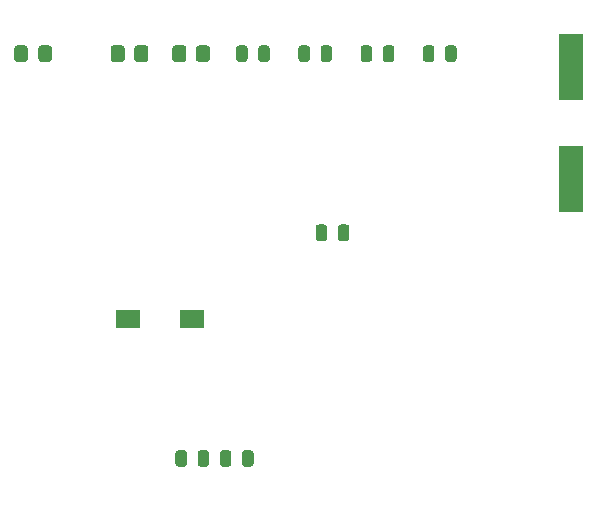
<source format=gtp>
%TF.GenerationSoftware,KiCad,Pcbnew,(5.1.6)-1*%
%TF.CreationDate,2022-02-26T01:19:58-08:00*%
%TF.ProjectId,seguilineas_actualizado,73656775-696c-4696-9e65-61735f616374,rev?*%
%TF.SameCoordinates,Original*%
%TF.FileFunction,Paste,Top*%
%TF.FilePolarity,Positive*%
%FSLAX46Y46*%
G04 Gerber Fmt 4.6, Leading zero omitted, Abs format (unit mm)*
G04 Created by KiCad (PCBNEW (5.1.6)-1) date 2022-02-26 01:19:58*
%MOMM*%
%LPD*%
G01*
G04 APERTURE LIST*
%ADD10R,2.000000X1.600000*%
%ADD11R,2.100000X5.600000*%
G04 APERTURE END LIST*
%TO.C,D1*%
G36*
G01*
X178785000Y-62420001D02*
X178785000Y-61519999D01*
G75*
G02*
X179034999Y-61270000I249999J0D01*
G01*
X179685001Y-61270000D01*
G75*
G02*
X179935000Y-61519999I0J-249999D01*
G01*
X179935000Y-62420001D01*
G75*
G02*
X179685001Y-62670000I-249999J0D01*
G01*
X179034999Y-62670000D01*
G75*
G02*
X178785000Y-62420001I0J249999D01*
G01*
G37*
G36*
G01*
X176735000Y-62420001D02*
X176735000Y-61519999D01*
G75*
G02*
X176984999Y-61270000I249999J0D01*
G01*
X177635001Y-61270000D01*
G75*
G02*
X177885000Y-61519999I0J-249999D01*
G01*
X177885000Y-62420001D01*
G75*
G02*
X177635001Y-62670000I-249999J0D01*
G01*
X176984999Y-62670000D01*
G75*
G02*
X176735000Y-62420001I0J249999D01*
G01*
G37*
%TD*%
D10*
%TO.C,SW1*%
X186385000Y-84420000D03*
X191785000Y-84420000D03*
%TD*%
%TO.C,R1*%
G36*
G01*
X191309583Y-61519999D02*
X191309583Y-62420001D01*
G75*
G02*
X191059584Y-62670000I-249999J0D01*
G01*
X190359582Y-62670000D01*
G75*
G02*
X190109583Y-62420001I0J249999D01*
G01*
X190109583Y-61519999D01*
G75*
G02*
X190359582Y-61270000I249999J0D01*
G01*
X191059584Y-61270000D01*
G75*
G02*
X191309583Y-61519999I0J-249999D01*
G01*
G37*
G36*
G01*
X193309583Y-61519999D02*
X193309583Y-62420001D01*
G75*
G02*
X193059584Y-62670000I-249999J0D01*
G01*
X192359582Y-62670000D01*
G75*
G02*
X192109583Y-62420001I0J249999D01*
G01*
X192109583Y-61519999D01*
G75*
G02*
X192359582Y-61270000I249999J0D01*
G01*
X193059584Y-61270000D01*
G75*
G02*
X193309583Y-61519999I0J-249999D01*
G01*
G37*
%TD*%
D11*
%TO.C,Q1*%
X223835000Y-72605000D03*
X223835000Y-63105000D03*
%TD*%
%TO.C,R2*%
G36*
G01*
X186900000Y-62420001D02*
X186900000Y-61519999D01*
G75*
G02*
X187149999Y-61270000I249999J0D01*
G01*
X187850001Y-61270000D01*
G75*
G02*
X188100000Y-61519999I0J-249999D01*
G01*
X188100000Y-62420001D01*
G75*
G02*
X187850001Y-62670000I-249999J0D01*
G01*
X187149999Y-62670000D01*
G75*
G02*
X186900000Y-62420001I0J249999D01*
G01*
G37*
G36*
G01*
X184900000Y-62420001D02*
X184900000Y-61519999D01*
G75*
G02*
X185149999Y-61270000I249999J0D01*
G01*
X185850001Y-61270000D01*
G75*
G02*
X186100000Y-61519999I0J-249999D01*
G01*
X186100000Y-62420001D01*
G75*
G02*
X185850001Y-62670000I-249999J0D01*
G01*
X185149999Y-62670000D01*
G75*
G02*
X184900000Y-62420001I0J249999D01*
G01*
G37*
%TD*%
%TO.C,C1*%
G36*
G01*
X204130000Y-77586250D02*
X204130000Y-76673750D01*
G75*
G02*
X204373750Y-76430000I243750J0D01*
G01*
X204861250Y-76430000D01*
G75*
G02*
X205105000Y-76673750I0J-243750D01*
G01*
X205105000Y-77586250D01*
G75*
G02*
X204861250Y-77830000I-243750J0D01*
G01*
X204373750Y-77830000D01*
G75*
G02*
X204130000Y-77586250I0J243750D01*
G01*
G37*
G36*
G01*
X202255000Y-77586250D02*
X202255000Y-76673750D01*
G75*
G02*
X202498750Y-76430000I243750J0D01*
G01*
X202986250Y-76430000D01*
G75*
G02*
X203230000Y-76673750I0J-243750D01*
G01*
X203230000Y-77586250D01*
G75*
G02*
X202986250Y-77830000I-243750J0D01*
G01*
X202498750Y-77830000D01*
G75*
G02*
X202255000Y-77586250I0J243750D01*
G01*
G37*
%TD*%
%TO.C,C2*%
G36*
G01*
X214182915Y-61513750D02*
X214182915Y-62426250D01*
G75*
G02*
X213939165Y-62670000I-243750J0D01*
G01*
X213451665Y-62670000D01*
G75*
G02*
X213207915Y-62426250I0J243750D01*
G01*
X213207915Y-61513750D01*
G75*
G02*
X213451665Y-61270000I243750J0D01*
G01*
X213939165Y-61270000D01*
G75*
G02*
X214182915Y-61513750I0J-243750D01*
G01*
G37*
G36*
G01*
X212307915Y-61513750D02*
X212307915Y-62426250D01*
G75*
G02*
X212064165Y-62670000I-243750J0D01*
G01*
X211576665Y-62670000D01*
G75*
G02*
X211332915Y-62426250I0J243750D01*
G01*
X211332915Y-61513750D01*
G75*
G02*
X211576665Y-61270000I243750J0D01*
G01*
X212064165Y-61270000D01*
G75*
G02*
X212307915Y-61513750I0J-243750D01*
G01*
G37*
%TD*%
%TO.C,C3*%
G36*
G01*
X207038332Y-61513750D02*
X207038332Y-62426250D01*
G75*
G02*
X206794582Y-62670000I-243750J0D01*
G01*
X206307082Y-62670000D01*
G75*
G02*
X206063332Y-62426250I0J243750D01*
G01*
X206063332Y-61513750D01*
G75*
G02*
X206307082Y-61270000I243750J0D01*
G01*
X206794582Y-61270000D01*
G75*
G02*
X207038332Y-61513750I0J-243750D01*
G01*
G37*
G36*
G01*
X208913332Y-61513750D02*
X208913332Y-62426250D01*
G75*
G02*
X208669582Y-62670000I-243750J0D01*
G01*
X208182082Y-62670000D01*
G75*
G02*
X207938332Y-62426250I0J243750D01*
G01*
X207938332Y-61513750D01*
G75*
G02*
X208182082Y-61270000I243750J0D01*
G01*
X208669582Y-61270000D01*
G75*
G02*
X208913332Y-61513750I0J-243750D01*
G01*
G37*
%TD*%
%TO.C,C4*%
G36*
G01*
X203643749Y-61513750D02*
X203643749Y-62426250D01*
G75*
G02*
X203399999Y-62670000I-243750J0D01*
G01*
X202912499Y-62670000D01*
G75*
G02*
X202668749Y-62426250I0J243750D01*
G01*
X202668749Y-61513750D01*
G75*
G02*
X202912499Y-61270000I243750J0D01*
G01*
X203399999Y-61270000D01*
G75*
G02*
X203643749Y-61513750I0J-243750D01*
G01*
G37*
G36*
G01*
X201768749Y-61513750D02*
X201768749Y-62426250D01*
G75*
G02*
X201524999Y-62670000I-243750J0D01*
G01*
X201037499Y-62670000D01*
G75*
G02*
X200793749Y-62426250I0J243750D01*
G01*
X200793749Y-61513750D01*
G75*
G02*
X201037499Y-61270000I243750J0D01*
G01*
X201524999Y-61270000D01*
G75*
G02*
X201768749Y-61513750I0J-243750D01*
G01*
G37*
%TD*%
%TO.C,C5*%
G36*
G01*
X196499166Y-61513750D02*
X196499166Y-62426250D01*
G75*
G02*
X196255416Y-62670000I-243750J0D01*
G01*
X195767916Y-62670000D01*
G75*
G02*
X195524166Y-62426250I0J243750D01*
G01*
X195524166Y-61513750D01*
G75*
G02*
X195767916Y-61270000I243750J0D01*
G01*
X196255416Y-61270000D01*
G75*
G02*
X196499166Y-61513750I0J-243750D01*
G01*
G37*
G36*
G01*
X198374166Y-61513750D02*
X198374166Y-62426250D01*
G75*
G02*
X198130416Y-62670000I-243750J0D01*
G01*
X197642916Y-62670000D01*
G75*
G02*
X197399166Y-62426250I0J243750D01*
G01*
X197399166Y-61513750D01*
G75*
G02*
X197642916Y-61270000I243750J0D01*
G01*
X198130416Y-61270000D01*
G75*
G02*
X198374166Y-61513750I0J-243750D01*
G01*
G37*
%TD*%
%TO.C,C6*%
G36*
G01*
X190385000Y-96696250D02*
X190385000Y-95783750D01*
G75*
G02*
X190628750Y-95540000I243750J0D01*
G01*
X191116250Y-95540000D01*
G75*
G02*
X191360000Y-95783750I0J-243750D01*
G01*
X191360000Y-96696250D01*
G75*
G02*
X191116250Y-96940000I-243750J0D01*
G01*
X190628750Y-96940000D01*
G75*
G02*
X190385000Y-96696250I0J243750D01*
G01*
G37*
G36*
G01*
X192260000Y-96696250D02*
X192260000Y-95783750D01*
G75*
G02*
X192503750Y-95540000I243750J0D01*
G01*
X192991250Y-95540000D01*
G75*
G02*
X193235000Y-95783750I0J-243750D01*
G01*
X193235000Y-96696250D01*
G75*
G02*
X192991250Y-96940000I-243750J0D01*
G01*
X192503750Y-96940000D01*
G75*
G02*
X192260000Y-96696250I0J243750D01*
G01*
G37*
%TD*%
%TO.C,C7*%
G36*
G01*
X196995000Y-95783750D02*
X196995000Y-96696250D01*
G75*
G02*
X196751250Y-96940000I-243750J0D01*
G01*
X196263750Y-96940000D01*
G75*
G02*
X196020000Y-96696250I0J243750D01*
G01*
X196020000Y-95783750D01*
G75*
G02*
X196263750Y-95540000I243750J0D01*
G01*
X196751250Y-95540000D01*
G75*
G02*
X196995000Y-95783750I0J-243750D01*
G01*
G37*
G36*
G01*
X195120000Y-95783750D02*
X195120000Y-96696250D01*
G75*
G02*
X194876250Y-96940000I-243750J0D01*
G01*
X194388750Y-96940000D01*
G75*
G02*
X194145000Y-96696250I0J243750D01*
G01*
X194145000Y-95783750D01*
G75*
G02*
X194388750Y-95540000I243750J0D01*
G01*
X194876250Y-95540000D01*
G75*
G02*
X195120000Y-95783750I0J-243750D01*
G01*
G37*
%TD*%
M02*

</source>
